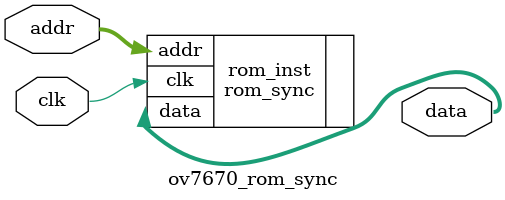
<source format=sv>

`default_nettype none
`timescale 1ns / 1ps

module ov7670_rom_sync #(
    parameter WIDTH=16,
    parameter DEPTH=2**8,
    `ifndef SIMULATION
    parameter INIT_F="ov7670_config.mem",
    // parameter INIT_F="ov7670_config_640x480.mem",
    `else
    //need to give path from tb file, not rom_sync for simulation
    parameter INIT_F="../memory/ov7670_config.mem",
    `endif

    localparam ADDRW=$clog2(DEPTH)
    ) (
    input wire logic clk,
    input wire logic [ADDRW-1:0] addr,
    output     logic [WIDTH-1:0] data
    );

    rom_sync #(
        .WIDTH(WIDTH),
        .DEPTH(DEPTH),
        .INIT_F(INIT_F)
    ) rom_inst (
        .clk,
        .addr,
        .data
    );
endmodule

</source>
